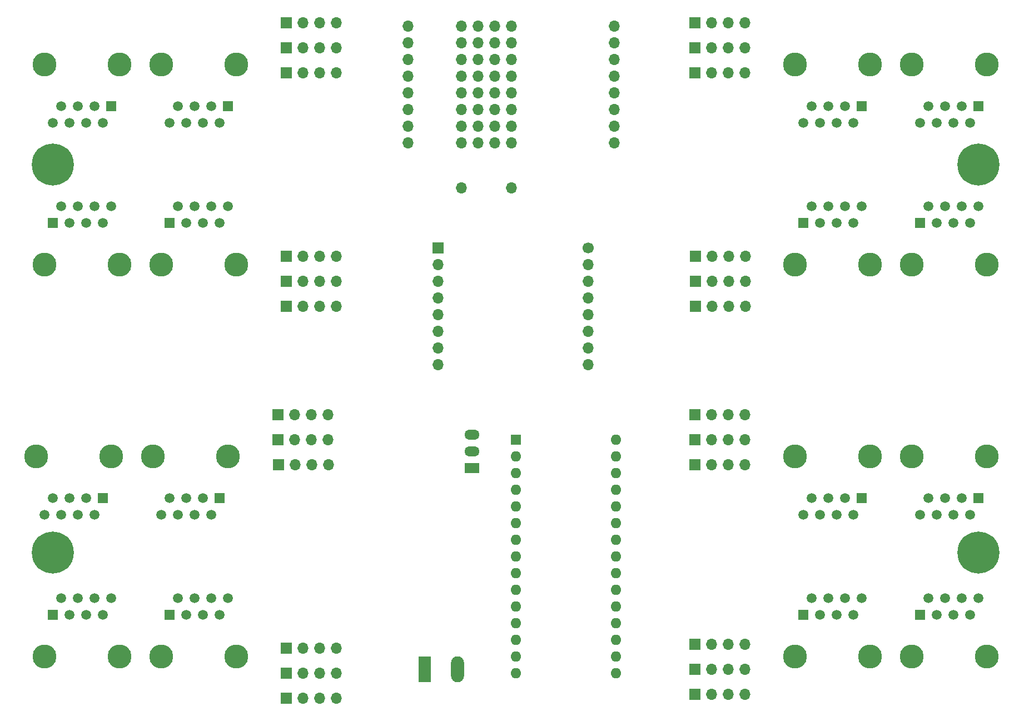
<source format=gbr>
%TF.GenerationSoftware,KiCad,Pcbnew,(7.0.0)*%
%TF.CreationDate,2023-10-30T10:33:22+00:00*%
%TF.ProjectId,euro-project-sensors-pcb,6575726f-2d70-4726-9f6a-6563742d7365,rev?*%
%TF.SameCoordinates,Original*%
%TF.FileFunction,Soldermask,Bot*%
%TF.FilePolarity,Negative*%
%FSLAX46Y46*%
G04 Gerber Fmt 4.6, Leading zero omitted, Abs format (unit mm)*
G04 Created by KiCad (PCBNEW (7.0.0)) date 2023-10-30 10:33:22*
%MOMM*%
%LPD*%
G01*
G04 APERTURE LIST*
%ADD10C,0.800000*%
%ADD11C,6.400000*%
%ADD12R,2.300000X1.500000*%
%ADD13O,2.300000X1.500000*%
%ADD14R,1.980000X3.960000*%
%ADD15O,1.980000X3.960000*%
%ADD16R,1.700000X1.700000*%
%ADD17O,1.700000X1.700000*%
%ADD18C,3.650000*%
%ADD19R,1.500000X1.500000*%
%ADD20C,1.500000*%
%ADD21R,1.600000X1.600000*%
%ADD22O,1.600000X1.600000*%
%ADD23C,1.700000*%
G04 APERTURE END LIST*
D10*
%TO.C,H4*%
X214770000Y-125095000D03*
X215472944Y-123397944D03*
X215472944Y-126792056D03*
X217170000Y-122695000D03*
D11*
X217170000Y-125095000D03*
D10*
X217170000Y-127495000D03*
X218867056Y-123397944D03*
X218867056Y-126792056D03*
X219570000Y-125095000D03*
%TD*%
%TO.C,H3*%
X73800000Y-125095000D03*
X74502944Y-123397944D03*
X74502944Y-126792056D03*
X76200000Y-122695000D03*
D11*
X76200000Y-125095000D03*
D10*
X76200000Y-127495000D03*
X77897056Y-123397944D03*
X77897056Y-126792056D03*
X78600000Y-125095000D03*
%TD*%
%TO.C,H2*%
X214770000Y-66040000D03*
X215472944Y-64342944D03*
X215472944Y-67737056D03*
X217170000Y-63640000D03*
D11*
X217170000Y-66040000D03*
D10*
X217170000Y-68440000D03*
X218867056Y-64342944D03*
X218867056Y-67737056D03*
X219570000Y-66040000D03*
%TD*%
%TO.C,H1*%
X73800000Y-66040000D03*
X74502944Y-64342944D03*
X74502944Y-67737056D03*
X76200000Y-63640000D03*
D11*
X76200000Y-66040000D03*
D10*
X76200000Y-68440000D03*
X77897056Y-64342944D03*
X77897056Y-67737056D03*
X78600000Y-66040000D03*
%TD*%
D12*
%TO.C,U1*%
X140002499Y-112301999D03*
D13*
X140002499Y-109761999D03*
X140002499Y-107221999D03*
%TD*%
D14*
%TO.C,J41*%
X132794999Y-142874999D03*
D15*
X137794999Y-142874999D03*
%TD*%
D16*
%TO.C,J27*%
X111759999Y-87629999D03*
D17*
X114299999Y-87629999D03*
X116839999Y-87629999D03*
X119379999Y-87629999D03*
%TD*%
D16*
%TO.C,J29*%
X111759999Y-80009999D03*
D17*
X114299999Y-80009999D03*
X116839999Y-80009999D03*
X119379999Y-80009999D03*
%TD*%
D18*
%TO.C,J34*%
X102870000Y-110490000D03*
X91440000Y-110490000D03*
D19*
X101599999Y-116839999D03*
D20*
X100330000Y-119380000D03*
X99060000Y-116840000D03*
X97790000Y-119380000D03*
X96520000Y-116840000D03*
X95250000Y-119380000D03*
X93980000Y-116840000D03*
X92710000Y-119380000D03*
%TD*%
D16*
%TO.C,J22*%
X111759999Y-143509999D03*
D17*
X114299999Y-143509999D03*
X116839999Y-143509999D03*
X119379999Y-143509999D03*
%TD*%
D16*
%TO.C,J23*%
X111759999Y-139699999D03*
D17*
X114299999Y-139699999D03*
X116839999Y-139699999D03*
X119379999Y-139699999D03*
%TD*%
D16*
%TO.C,J6*%
X173989999Y-104139999D03*
D17*
X176529999Y-104139999D03*
X179069999Y-104139999D03*
X181609999Y-104139999D03*
%TD*%
D16*
%TO.C,J16*%
X173989999Y-44449999D03*
D17*
X176529999Y-44449999D03*
X179069999Y-44449999D03*
X181609999Y-44449999D03*
%TD*%
D16*
%TO.C,J13*%
X173999999Y-80009999D03*
D17*
X176539999Y-80009999D03*
X179079999Y-80009999D03*
X181619999Y-80009999D03*
%TD*%
D16*
%TO.C,J7*%
X173989999Y-111759999D03*
D17*
X176529999Y-111759999D03*
X179069999Y-111759999D03*
X181609999Y-111759999D03*
%TD*%
D18*
%TO.C,J38*%
X104140000Y-50800000D03*
X92710000Y-50800000D03*
D19*
X102869999Y-57149999D03*
D20*
X101600000Y-59690000D03*
X100330000Y-57150000D03*
X99060000Y-59690000D03*
X97790000Y-57150000D03*
X96520000Y-59690000D03*
X95250000Y-57150000D03*
X93980000Y-59690000D03*
%TD*%
D16*
%TO.C,J30*%
X111759999Y-52069999D03*
D17*
X114299999Y-52069999D03*
X116839999Y-52069999D03*
X119379999Y-52069999D03*
%TD*%
D16*
%TO.C,J32*%
X111759999Y-44449999D03*
D17*
X114299999Y-44449999D03*
X116839999Y-44449999D03*
X119379999Y-44449999D03*
%TD*%
D18*
%TO.C,J19*%
X218440000Y-50800000D03*
X207010000Y-50800000D03*
D19*
X217169999Y-57149999D03*
D20*
X215900000Y-59690000D03*
X214630000Y-57150000D03*
X213360000Y-59690000D03*
X212090000Y-57150000D03*
X210820000Y-59690000D03*
X209550000Y-57150000D03*
X208280000Y-59690000D03*
%TD*%
D16*
%TO.C,J24*%
X110499999Y-111759999D03*
D17*
X113039999Y-111759999D03*
X115579999Y-111759999D03*
X118119999Y-111759999D03*
%TD*%
D18*
%TO.C,J37*%
X86360000Y-50800000D03*
X74930000Y-50800000D03*
D19*
X85089999Y-57149999D03*
D20*
X83820000Y-59690000D03*
X82550000Y-57150000D03*
X81280000Y-59690000D03*
X80010000Y-57150000D03*
X78740000Y-59690000D03*
X77470000Y-57150000D03*
X76200000Y-59690000D03*
%TD*%
D16*
%TO.C,J26*%
X110489999Y-104139999D03*
D17*
X113029999Y-104139999D03*
X115569999Y-104139999D03*
X118109999Y-104139999D03*
%TD*%
D16*
%TO.C,J12*%
X173999999Y-83819999D03*
D17*
X176539999Y-83819999D03*
X179079999Y-83819999D03*
X181619999Y-83819999D03*
%TD*%
D18*
%TO.C,J15*%
X207005000Y-81280000D03*
X218435000Y-81280000D03*
D19*
X208274999Y-74929999D03*
D20*
X209545000Y-72390000D03*
X210815000Y-74930000D03*
X212085000Y-72390000D03*
X213355000Y-74930000D03*
X214625000Y-72390000D03*
X215895000Y-74930000D03*
X217165000Y-72390000D03*
%TD*%
D16*
%TO.C,J25*%
X110489999Y-107949999D03*
D17*
X113029999Y-107949999D03*
X115569999Y-107949999D03*
X118109999Y-107949999D03*
%TD*%
D18*
%TO.C,J14*%
X189230000Y-81280000D03*
X200660000Y-81280000D03*
D19*
X190499999Y-74929999D03*
D20*
X191770000Y-72390000D03*
X193040000Y-74930000D03*
X194310000Y-72390000D03*
X195580000Y-74930000D03*
X196850000Y-72390000D03*
X198120000Y-74930000D03*
X199390000Y-72390000D03*
%TD*%
D16*
%TO.C,J28*%
X111759999Y-83819999D03*
D17*
X114299999Y-83819999D03*
X116839999Y-83819999D03*
X119379999Y-83819999D03*
%TD*%
D18*
%TO.C,J35*%
X74930000Y-81280000D03*
X86360000Y-81280000D03*
D19*
X76199999Y-74929999D03*
D20*
X77470000Y-72390000D03*
X78740000Y-74930000D03*
X80010000Y-72390000D03*
X81280000Y-74930000D03*
X82550000Y-72390000D03*
X83820000Y-74930000D03*
X85090000Y-72390000D03*
%TD*%
D16*
%TO.C,J8*%
X173989999Y-107949999D03*
D17*
X176529999Y-107949999D03*
X179069999Y-107949999D03*
X181609999Y-107949999D03*
%TD*%
D16*
%TO.C,J31*%
X111759999Y-48259999D03*
D17*
X114299999Y-48259999D03*
X116839999Y-48259999D03*
X119379999Y-48259999D03*
%TD*%
D18*
%TO.C,J36*%
X92710000Y-81280000D03*
X104140000Y-81280000D03*
D19*
X93979999Y-74929999D03*
D20*
X95250000Y-72390000D03*
X96520000Y-74930000D03*
X97790000Y-72390000D03*
X99060000Y-74930000D03*
X100330000Y-72390000D03*
X101600000Y-74930000D03*
X102870000Y-72390000D03*
%TD*%
D18*
%TO.C,J10*%
X200665000Y-110490000D03*
X189235000Y-110490000D03*
D19*
X199394999Y-116839999D03*
D20*
X198125000Y-119380000D03*
X196855000Y-116840000D03*
X195585000Y-119380000D03*
X194315000Y-116840000D03*
X193045000Y-119380000D03*
X191775000Y-116840000D03*
X190505000Y-119380000D03*
%TD*%
D16*
%TO.C,J2*%
X173989999Y-146684999D03*
D17*
X176529999Y-146684999D03*
X179069999Y-146684999D03*
X181609999Y-146684999D03*
%TD*%
D18*
%TO.C,J1*%
X207010000Y-140970000D03*
X218440000Y-140970000D03*
D19*
X208279999Y-134619999D03*
D20*
X209550000Y-132080000D03*
X210820000Y-134620000D03*
X212090000Y-132080000D03*
X213360000Y-134620000D03*
X214630000Y-132080000D03*
X215900000Y-134620000D03*
X217170000Y-132080000D03*
%TD*%
D16*
%TO.C,J5*%
X173989999Y-139064999D03*
D17*
X176529999Y-139064999D03*
X179069999Y-139064999D03*
X181609999Y-139064999D03*
%TD*%
D18*
%TO.C,J4*%
X189230000Y-140970000D03*
X200660000Y-140970000D03*
D19*
X190499999Y-134619999D03*
D20*
X191770000Y-132080000D03*
X193040000Y-134620000D03*
X194310000Y-132080000D03*
X195580000Y-134620000D03*
X196850000Y-132080000D03*
X198120000Y-134620000D03*
X199390000Y-132080000D03*
%TD*%
D16*
%TO.C,J11*%
X173999999Y-87629999D03*
D17*
X176539999Y-87629999D03*
X179079999Y-87629999D03*
X181619999Y-87629999D03*
%TD*%
D21*
%TO.C,A1*%
X146684999Y-107949999D03*
D22*
X146684999Y-110489999D03*
X146684999Y-113029999D03*
X146684999Y-115569999D03*
X146684999Y-118109999D03*
X146684999Y-120649999D03*
X146684999Y-123189999D03*
X146684999Y-125729999D03*
X146684999Y-128269999D03*
X146684999Y-130809999D03*
X146684999Y-133349999D03*
X146684999Y-135889999D03*
X146684999Y-138429999D03*
X146684999Y-140969999D03*
X146684999Y-143509999D03*
X161924999Y-143509999D03*
X161924999Y-140969999D03*
X161924999Y-138429999D03*
X161924999Y-135889999D03*
X161924999Y-133349999D03*
X161924999Y-130809999D03*
X161924999Y-128269999D03*
X161924999Y-125729999D03*
X161924999Y-123189999D03*
X161924999Y-120649999D03*
X161924999Y-118109999D03*
X161924999Y-115569999D03*
X161924999Y-113029999D03*
X161924999Y-110489999D03*
X161924999Y-107949999D03*
%TD*%
D18*
%TO.C,J20*%
X200660000Y-50800000D03*
X189230000Y-50800000D03*
D19*
X199389999Y-57149999D03*
D20*
X198120000Y-59690000D03*
X196850000Y-57150000D03*
X195580000Y-59690000D03*
X194310000Y-57150000D03*
X193040000Y-59690000D03*
X191770000Y-57150000D03*
X190500000Y-59690000D03*
%TD*%
D16*
%TO.C,J3*%
X173989999Y-142874999D03*
D17*
X176529999Y-142874999D03*
X179069999Y-142874999D03*
X181609999Y-142874999D03*
%TD*%
D16*
%TO.C,J21*%
X111759999Y-147319999D03*
D17*
X114299999Y-147319999D03*
X116839999Y-147319999D03*
X119379999Y-147319999D03*
%TD*%
D16*
%TO.C,J18*%
X173989999Y-52069999D03*
D17*
X176529999Y-52069999D03*
X179069999Y-52069999D03*
X181609999Y-52069999D03*
%TD*%
D18*
%TO.C,J33*%
X85090000Y-110490000D03*
X73660000Y-110490000D03*
D19*
X83819999Y-116839999D03*
D20*
X82550000Y-119380000D03*
X81280000Y-116840000D03*
X80010000Y-119380000D03*
X78740000Y-116840000D03*
X77470000Y-119380000D03*
X76200000Y-116840000D03*
X74930000Y-119380000D03*
%TD*%
D18*
%TO.C,J39*%
X92710000Y-140970000D03*
X104140000Y-140970000D03*
D19*
X93979999Y-134619999D03*
D20*
X95250000Y-132080000D03*
X96520000Y-134620000D03*
X97790000Y-132080000D03*
X99060000Y-134620000D03*
X100330000Y-132080000D03*
X101600000Y-134620000D03*
X102870000Y-132080000D03*
%TD*%
D16*
%TO.C,J17*%
X173989999Y-48259999D03*
D17*
X176529999Y-48259999D03*
X179069999Y-48259999D03*
X181609999Y-48259999D03*
%TD*%
D18*
%TO.C,J40*%
X74930000Y-140970000D03*
X86360000Y-140970000D03*
D19*
X76199999Y-134619999D03*
D20*
X77470000Y-132080000D03*
X78740000Y-134620000D03*
X80010000Y-132080000D03*
X81280000Y-134620000D03*
X82550000Y-132080000D03*
X83820000Y-134620000D03*
X85090000Y-132080000D03*
%TD*%
D17*
%TO.C,A2*%
X138429999Y-44957999D03*
X138429999Y-47497999D03*
X138429999Y-50037999D03*
X138429999Y-52577999D03*
X138429999Y-55117999D03*
X138429999Y-57657999D03*
X138429999Y-60197999D03*
X138429999Y-62737999D03*
X146049999Y-44957999D03*
X146049999Y-47497999D03*
X146049999Y-50037999D03*
X146049999Y-52577999D03*
X146049999Y-55117999D03*
X146049999Y-57657999D03*
X146049999Y-60197999D03*
X146049999Y-62737999D03*
D16*
X134873999Y-78739999D03*
D17*
X134873999Y-81279999D03*
X134873999Y-83819999D03*
X134873999Y-86359999D03*
X134873999Y-88899999D03*
X134873999Y-91439999D03*
X134873999Y-93979999D03*
X134873999Y-96519999D03*
X157733999Y-96519999D03*
X157733999Y-93979999D03*
X157733999Y-91439999D03*
X157733999Y-88899999D03*
X157733999Y-86359999D03*
X157733999Y-83819999D03*
X157733999Y-81279999D03*
D23*
X157734000Y-78740000D03*
D17*
X143509999Y-62737999D03*
X161670999Y-62737999D03*
X143509999Y-60197999D03*
X161670999Y-60197999D03*
X143509999Y-57657999D03*
X161670999Y-57657999D03*
X143509999Y-55117999D03*
X161670999Y-55117999D03*
X143509999Y-52577999D03*
X161670999Y-52577999D03*
X143509999Y-50037999D03*
X161670999Y-50037999D03*
X143509999Y-47497999D03*
X161670999Y-47497999D03*
X143509999Y-44957999D03*
X161670999Y-44957999D03*
X130301999Y-44957999D03*
X140969999Y-44957999D03*
X130301999Y-47497999D03*
X140969999Y-47497999D03*
X130301999Y-50037999D03*
X140969999Y-50037999D03*
X130301999Y-52577999D03*
X140969999Y-52577999D03*
X130301999Y-55117999D03*
X140969999Y-55117999D03*
X130301999Y-57657999D03*
X140969999Y-57657999D03*
X130301999Y-60197999D03*
X140969999Y-60197999D03*
X130301999Y-62737999D03*
X140969999Y-62737999D03*
X138429999Y-69595999D03*
X146049999Y-69595999D03*
%TD*%
D18*
%TO.C,J9*%
X218440000Y-110490000D03*
X207010000Y-110490000D03*
D19*
X217169999Y-116839999D03*
D20*
X215900000Y-119380000D03*
X214630000Y-116840000D03*
X213360000Y-119380000D03*
X212090000Y-116840000D03*
X210820000Y-119380000D03*
X209550000Y-116840000D03*
X208280000Y-119380000D03*
%TD*%
M02*

</source>
